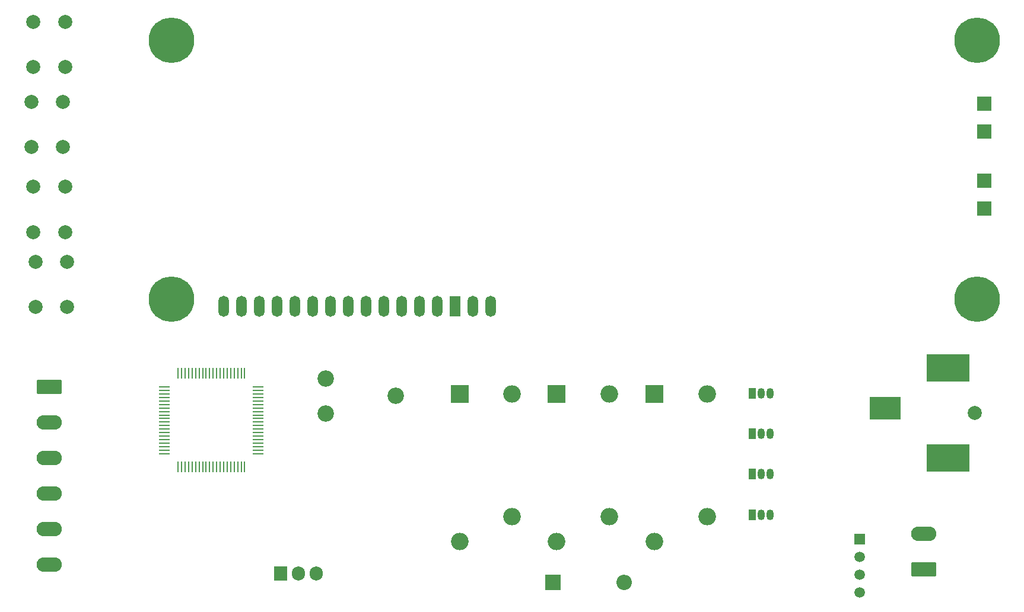
<source format=gbr>
%TF.GenerationSoftware,KiCad,Pcbnew,7.0.7*%
%TF.CreationDate,2023-12-03T21:53:00-03:00*%
%TF.ProjectId,climatizador automatico,636c696d-6174-4697-9a61-646f72206175,rev?*%
%TF.SameCoordinates,Original*%
%TF.FileFunction,Soldermask,Top*%
%TF.FilePolarity,Negative*%
%FSLAX46Y46*%
G04 Gerber Fmt 4.6, Leading zero omitted, Abs format (unit mm)*
G04 Created by KiCad (PCBNEW 7.0.7) date 2023-12-03 21:53:00*
%MOMM*%
%LPD*%
G01*
G04 APERTURE LIST*
G04 Aperture macros list*
%AMRoundRect*
0 Rectangle with rounded corners*
0 $1 Rounding radius*
0 $2 $3 $4 $5 $6 $7 $8 $9 X,Y pos of 4 corners*
0 Add a 4 corners polygon primitive as box body*
4,1,4,$2,$3,$4,$5,$6,$7,$8,$9,$2,$3,0*
0 Add four circle primitives for the rounded corners*
1,1,$1+$1,$2,$3*
1,1,$1+$1,$4,$5*
1,1,$1+$1,$6,$7*
1,1,$1+$1,$8,$9*
0 Add four rect primitives between the rounded corners*
20,1,$1+$1,$2,$3,$4,$5,0*
20,1,$1+$1,$4,$5,$6,$7,0*
20,1,$1+$1,$6,$7,$8,$9,0*
20,1,$1+$1,$8,$9,$2,$3,0*%
G04 Aperture macros list end*
%ADD10R,2.200000X2.200000*%
%ADD11O,2.200000X2.200000*%
%ADD12R,2.500000X2.500000*%
%ADD13O,2.500000X2.500000*%
%ADD14RoundRect,0.062500X-0.675000X-0.062500X0.675000X-0.062500X0.675000X0.062500X-0.675000X0.062500X0*%
%ADD15RoundRect,0.062500X-0.062500X-0.675000X0.062500X-0.675000X0.062500X0.675000X-0.062500X0.675000X0*%
%ADD16R,1.050000X1.500000*%
%ADD17O,1.050000X1.500000*%
%ADD18C,2.000000*%
%ADD19R,4.400000X3.300000*%
%ADD20R,6.200000X3.900000*%
%ADD21C,2.340000*%
%ADD22RoundRect,0.249999X-1.550001X0.790001X-1.550001X-0.790001X1.550001X-0.790001X1.550001X0.790001X0*%
%ADD23O,3.600000X2.080000*%
%ADD24C,6.500000*%
%ADD25R,1.500000X3.000000*%
%ADD26O,1.500000X3.000000*%
%ADD27R,2.000000X2.000000*%
%ADD28R,1.905000X2.000000*%
%ADD29O,1.905000X2.000000*%
%ADD30R,1.500000X1.500000*%
%ADD31C,1.500000*%
%ADD32RoundRect,0.249999X1.550001X-0.790001X1.550001X0.790001X-1.550001X0.790001X-1.550001X-0.790001X0*%
G04 APERTURE END LIST*
D10*
%TO.C,D2*%
X149040900Y-125116900D03*
D11*
X159200900Y-125116900D03*
%TD*%
D12*
%TO.C,K1*%
X135743400Y-98199400D03*
D13*
X135743400Y-119199400D03*
X143243400Y-115699400D03*
X143243400Y-98199400D03*
%TD*%
D12*
%TO.C,K5*%
X163530900Y-98199400D03*
D13*
X163530900Y-119199400D03*
X171030900Y-115699400D03*
X171030900Y-98199400D03*
%TD*%
D14*
%TO.C,U4*%
X93633400Y-97169400D03*
X93633400Y-97669400D03*
X93633400Y-98169400D03*
X93633400Y-98669400D03*
X93633400Y-99169400D03*
X93633400Y-99669400D03*
X93633400Y-100169400D03*
X93633400Y-100669400D03*
X93633400Y-101169400D03*
X93633400Y-101669400D03*
X93633400Y-102169400D03*
X93633400Y-102669400D03*
X93633400Y-103169400D03*
X93633400Y-103669400D03*
X93633400Y-104169400D03*
X93633400Y-104669400D03*
X93633400Y-105169400D03*
X93633400Y-105669400D03*
X93633400Y-106169400D03*
X93633400Y-106669400D03*
D15*
X95570900Y-108606900D03*
X96070900Y-108606900D03*
X96570900Y-108606900D03*
X97070900Y-108606900D03*
X97570900Y-108606900D03*
X98070900Y-108606900D03*
X98570900Y-108606900D03*
X99070900Y-108606900D03*
X99570900Y-108606900D03*
X100070900Y-108606900D03*
X100570900Y-108606900D03*
X101070900Y-108606900D03*
X101570900Y-108606900D03*
X102070900Y-108606900D03*
X102570900Y-108606900D03*
X103070900Y-108606900D03*
X103570900Y-108606900D03*
X104070900Y-108606900D03*
X104570900Y-108606900D03*
X105070900Y-108606900D03*
D14*
X107008400Y-106669400D03*
X107008400Y-106169400D03*
X107008400Y-105669400D03*
X107008400Y-105169400D03*
X107008400Y-104669400D03*
X107008400Y-104169400D03*
X107008400Y-103669400D03*
X107008400Y-103169400D03*
X107008400Y-102669400D03*
X107008400Y-102169400D03*
X107008400Y-101669400D03*
X107008400Y-101169400D03*
X107008400Y-100669400D03*
X107008400Y-100169400D03*
X107008400Y-99669400D03*
X107008400Y-99169400D03*
X107008400Y-98669400D03*
X107008400Y-98169400D03*
X107008400Y-97669400D03*
X107008400Y-97169400D03*
D15*
X105070900Y-95231900D03*
X104570900Y-95231900D03*
X104070900Y-95231900D03*
X103570900Y-95231900D03*
X103070900Y-95231900D03*
X102570900Y-95231900D03*
X102070900Y-95231900D03*
X101570900Y-95231900D03*
X101070900Y-95231900D03*
X100570900Y-95231900D03*
X100070900Y-95231900D03*
X99570900Y-95231900D03*
X99070900Y-95231900D03*
X98570900Y-95231900D03*
X98070900Y-95231900D03*
X97570900Y-95231900D03*
X97070900Y-95231900D03*
X96570900Y-95231900D03*
X96070900Y-95231900D03*
X95570900Y-95231900D03*
%TD*%
D16*
%TO.C,Q3*%
X177533400Y-103839400D03*
D17*
X178803400Y-103839400D03*
X180073400Y-103839400D03*
%TD*%
D18*
%TO.C,J1*%
X209240900Y-100886900D03*
D19*
X196440900Y-100186900D03*
D20*
X205440900Y-107336900D03*
X205440900Y-94436900D03*
%TD*%
D21*
%TO.C,RV1*%
X116620900Y-100921900D03*
X126620900Y-98421900D03*
X116620900Y-95921900D03*
%TD*%
D22*
%TO.C,J2*%
X77170900Y-97176900D03*
D23*
X77170900Y-102256900D03*
X77170900Y-107336900D03*
X77170900Y-112416900D03*
X77170900Y-117496900D03*
X77170900Y-122576900D03*
%TD*%
D18*
%TO.C,SW3*%
X74920900Y-75026900D03*
X74920900Y-68526900D03*
X79420900Y-75026900D03*
X79420900Y-68526900D03*
%TD*%
D16*
%TO.C,Q5*%
X177533400Y-115419400D03*
D17*
X178803400Y-115419400D03*
X180073400Y-115419400D03*
%TD*%
D12*
%TO.C,K2*%
X149560900Y-98199400D03*
D13*
X149560900Y-119199400D03*
X157060900Y-115699400D03*
X157060900Y-98199400D03*
%TD*%
D18*
%TO.C,SW2*%
X74630900Y-62886900D03*
X74630900Y-56386900D03*
X79130900Y-62886900D03*
X79130900Y-56386900D03*
%TD*%
%TO.C,SW1*%
X74920900Y-51456900D03*
X74920900Y-44956900D03*
X79420900Y-51456900D03*
X79420900Y-44956900D03*
%TD*%
D24*
%TO.C,U2*%
X209600900Y-84646900D03*
X209600900Y-47646900D03*
X94600900Y-84646900D03*
X94600900Y-47646900D03*
D25*
X135100900Y-85646900D03*
D26*
X132560900Y-85646900D03*
X130020900Y-85646900D03*
X127480900Y-85646900D03*
X124940900Y-85646900D03*
X122400900Y-85646900D03*
X119860900Y-85646900D03*
X117320900Y-85646900D03*
X114780900Y-85646900D03*
X112240900Y-85646900D03*
X109700900Y-85646900D03*
X107160900Y-85646900D03*
X104620900Y-85646900D03*
X102080900Y-85646900D03*
X137640900Y-85646900D03*
X140180900Y-85646900D03*
D27*
X210600900Y-71646900D03*
X210600900Y-60646900D03*
X210600900Y-67646900D03*
X210600900Y-56646900D03*
%TD*%
D16*
%TO.C,Q4*%
X177533400Y-109629400D03*
D17*
X178803400Y-109629400D03*
X180073400Y-109629400D03*
%TD*%
D28*
%TO.C,U5*%
X110190900Y-123846900D03*
D29*
X112730900Y-123846900D03*
X115270900Y-123846900D03*
%TD*%
D16*
%TO.C,Q2*%
X177533400Y-98049400D03*
D17*
X178803400Y-98049400D03*
X180073400Y-98049400D03*
%TD*%
D30*
%TO.C,U1*%
X192838400Y-118864400D03*
D31*
X192838400Y-121404400D03*
X192838400Y-123944400D03*
X192838400Y-126484400D03*
%TD*%
D18*
%TO.C,SW4*%
X75210900Y-85746900D03*
X75210900Y-79246900D03*
X79710900Y-85746900D03*
X79710900Y-79246900D03*
%TD*%
D32*
%TO.C,J10*%
X201962500Y-123190000D03*
D23*
X201962500Y-118110000D03*
%TD*%
M02*

</source>
